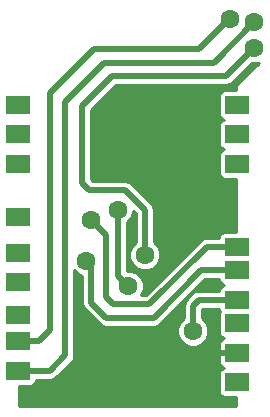
<source format=gbl>
G04 (created by PCBNEW (2013-jul-07)-stable) date Mon 10 Oct 2016 08:48:14 PM CEST*
%MOIN*%
G04 Gerber Fmt 3.4, Leading zero omitted, Abs format*
%FSLAX34Y34*%
G01*
G70*
G90*
G04 APERTURE LIST*
%ADD10C,0.00590551*%
%ADD11R,0.0787402X0.0590551*%
%ADD12C,0.0629921*%
%ADD13C,0.02*%
%ADD14C,0.01*%
G04 APERTURE END LIST*
G54D10*
G54D11*
X34878Y-29917D03*
X34878Y-28932D03*
X34878Y-28046D03*
X34878Y-26964D03*
X34878Y-25980D03*
X34878Y-24798D03*
X34878Y-22042D03*
X34878Y-21058D03*
X34878Y-23027D03*
X42161Y-21058D03*
X42161Y-22042D03*
X42161Y-23027D03*
X42161Y-25783D03*
X42161Y-26570D03*
X42161Y-27554D03*
X42161Y-28342D03*
X42161Y-29326D03*
X42161Y-30310D03*
G54D12*
X39643Y-22093D03*
X37150Y-28350D03*
X37250Y-29900D03*
X38200Y-24550D03*
X38550Y-27100D03*
X39100Y-26050D03*
X42750Y-19150D03*
X42750Y-18300D03*
X40700Y-28600D03*
X41950Y-18200D03*
X37150Y-26250D03*
X37300Y-24900D03*
G54D13*
X39650Y-22150D02*
X39600Y-22200D01*
X39650Y-22100D02*
X39650Y-22150D01*
X39643Y-22093D02*
X39650Y-22100D01*
X42319Y-29326D02*
X37823Y-29326D01*
X37823Y-29326D02*
X37250Y-29900D01*
X37250Y-29600D02*
X37250Y-29900D01*
X37250Y-28450D02*
X37250Y-29600D01*
X37150Y-28350D02*
X37250Y-28450D01*
X38200Y-26750D02*
X38200Y-24550D01*
X38550Y-27100D02*
X38200Y-26750D01*
X39100Y-24550D02*
X39100Y-26050D01*
X38450Y-23900D02*
X39100Y-24550D01*
X37250Y-23900D02*
X38450Y-23900D01*
X37000Y-23650D02*
X37250Y-23900D01*
X37000Y-21100D02*
X37000Y-23650D01*
X38000Y-20100D02*
X37000Y-21100D01*
X41800Y-20100D02*
X38000Y-20100D01*
X42750Y-19150D02*
X41800Y-20100D01*
X35932Y-29917D02*
X34720Y-29917D01*
X36450Y-29400D02*
X35932Y-29917D01*
X36450Y-20950D02*
X36450Y-29400D01*
X37750Y-19650D02*
X36450Y-20950D01*
X41400Y-19650D02*
X37750Y-19650D01*
X42750Y-18300D02*
X41400Y-19650D01*
X40895Y-27554D02*
X42319Y-27554D01*
X40700Y-27750D02*
X40895Y-27554D01*
X40700Y-28600D02*
X40700Y-27750D01*
X41950Y-18200D02*
X41925Y-18175D01*
X41925Y-18175D02*
X41950Y-18200D01*
X41950Y-18200D02*
X41950Y-18150D01*
X35567Y-28932D02*
X34720Y-28932D01*
X35950Y-28550D02*
X35567Y-28932D01*
X35950Y-20650D02*
X35950Y-28550D01*
X37400Y-19200D02*
X35950Y-20650D01*
X40900Y-19200D02*
X37400Y-19200D01*
X42000Y-18100D02*
X41950Y-18150D01*
X41950Y-18150D02*
X40900Y-19200D01*
X42319Y-26570D02*
X40979Y-26570D01*
X37300Y-26400D02*
X37150Y-26250D01*
X37300Y-27650D02*
X37300Y-26400D01*
X37800Y-28150D02*
X37300Y-27650D01*
X39400Y-28150D02*
X37800Y-28150D01*
X40979Y-26570D02*
X39400Y-28150D01*
X37300Y-24900D02*
X37800Y-25400D01*
X37800Y-25400D02*
X37800Y-27450D01*
X37800Y-27450D02*
X38050Y-27700D01*
X38050Y-27700D02*
X39250Y-27700D01*
X39250Y-27700D02*
X41166Y-25783D01*
X41166Y-25783D02*
X42319Y-25783D01*
G54D10*
G36*
X42130Y-31080D02*
X34919Y-31080D01*
X34919Y-30412D01*
X35311Y-30412D01*
X35385Y-30381D01*
X35441Y-30325D01*
X35471Y-30252D01*
X35471Y-30217D01*
X35932Y-30217D01*
X35932Y-30217D01*
X36047Y-30194D01*
X36047Y-30194D01*
X36145Y-30129D01*
X36662Y-29612D01*
X36662Y-29612D01*
X36727Y-29514D01*
X36749Y-29400D01*
X36750Y-29400D01*
X36750Y-26578D01*
X36857Y-26686D01*
X37000Y-26745D01*
X37000Y-27650D01*
X37022Y-27764D01*
X37087Y-27862D01*
X37587Y-28362D01*
X37587Y-28362D01*
X37685Y-28427D01*
X37800Y-28450D01*
X39400Y-28450D01*
X39400Y-28449D01*
X39514Y-28427D01*
X39514Y-28427D01*
X39612Y-28362D01*
X41103Y-26870D01*
X41567Y-26870D01*
X41567Y-26905D01*
X41598Y-26978D01*
X41654Y-27035D01*
X41720Y-27062D01*
X41654Y-27089D01*
X41598Y-27146D01*
X41568Y-27219D01*
X41568Y-27254D01*
X40895Y-27254D01*
X40780Y-27277D01*
X40683Y-27342D01*
X40487Y-27537D01*
X40422Y-27635D01*
X40400Y-27750D01*
X40400Y-28171D01*
X40263Y-28307D01*
X40185Y-28497D01*
X40184Y-28701D01*
X40263Y-28891D01*
X40407Y-29036D01*
X40597Y-29114D01*
X40801Y-29115D01*
X40991Y-29036D01*
X41136Y-28892D01*
X41214Y-28702D01*
X41215Y-28498D01*
X41136Y-28308D01*
X41000Y-28171D01*
X41000Y-27874D01*
X41019Y-27854D01*
X41567Y-27854D01*
X41567Y-27889D01*
X41592Y-27948D01*
X41568Y-28006D01*
X41567Y-28086D01*
X41567Y-28677D01*
X41598Y-28750D01*
X41654Y-28806D01*
X41720Y-28834D01*
X41654Y-28861D01*
X41598Y-28917D01*
X41568Y-28991D01*
X41567Y-29070D01*
X41568Y-29226D01*
X41618Y-29276D01*
X42111Y-29276D01*
X42111Y-29268D01*
X42130Y-29268D01*
X42130Y-29384D01*
X42111Y-29384D01*
X42111Y-29376D01*
X41618Y-29376D01*
X41568Y-29426D01*
X41567Y-29582D01*
X41568Y-29661D01*
X41598Y-29735D01*
X41654Y-29791D01*
X41720Y-29818D01*
X41654Y-29845D01*
X41598Y-29901D01*
X41568Y-29975D01*
X41567Y-30055D01*
X41567Y-30645D01*
X41598Y-30719D01*
X41654Y-30775D01*
X41728Y-30805D01*
X41807Y-30806D01*
X42130Y-30806D01*
X42130Y-31000D01*
X42130Y-31080D01*
X42130Y-31080D01*
G37*
G54D14*
X42130Y-31080D02*
X34919Y-31080D01*
X34919Y-30412D01*
X35311Y-30412D01*
X35385Y-30381D01*
X35441Y-30325D01*
X35471Y-30252D01*
X35471Y-30217D01*
X35932Y-30217D01*
X35932Y-30217D01*
X36047Y-30194D01*
X36047Y-30194D01*
X36145Y-30129D01*
X36662Y-29612D01*
X36662Y-29612D01*
X36727Y-29514D01*
X36749Y-29400D01*
X36750Y-29400D01*
X36750Y-26578D01*
X36857Y-26686D01*
X37000Y-26745D01*
X37000Y-27650D01*
X37022Y-27764D01*
X37087Y-27862D01*
X37587Y-28362D01*
X37587Y-28362D01*
X37685Y-28427D01*
X37800Y-28450D01*
X39400Y-28450D01*
X39400Y-28449D01*
X39514Y-28427D01*
X39514Y-28427D01*
X39612Y-28362D01*
X41103Y-26870D01*
X41567Y-26870D01*
X41567Y-26905D01*
X41598Y-26978D01*
X41654Y-27035D01*
X41720Y-27062D01*
X41654Y-27089D01*
X41598Y-27146D01*
X41568Y-27219D01*
X41568Y-27254D01*
X40895Y-27254D01*
X40780Y-27277D01*
X40683Y-27342D01*
X40487Y-27537D01*
X40422Y-27635D01*
X40400Y-27750D01*
X40400Y-28171D01*
X40263Y-28307D01*
X40185Y-28497D01*
X40184Y-28701D01*
X40263Y-28891D01*
X40407Y-29036D01*
X40597Y-29114D01*
X40801Y-29115D01*
X40991Y-29036D01*
X41136Y-28892D01*
X41214Y-28702D01*
X41215Y-28498D01*
X41136Y-28308D01*
X41000Y-28171D01*
X41000Y-27874D01*
X41019Y-27854D01*
X41567Y-27854D01*
X41567Y-27889D01*
X41592Y-27948D01*
X41568Y-28006D01*
X41567Y-28086D01*
X41567Y-28677D01*
X41598Y-28750D01*
X41654Y-28806D01*
X41720Y-28834D01*
X41654Y-28861D01*
X41598Y-28917D01*
X41568Y-28991D01*
X41567Y-29070D01*
X41568Y-29226D01*
X41618Y-29276D01*
X42111Y-29276D01*
X42111Y-29268D01*
X42130Y-29268D01*
X42130Y-29384D01*
X42111Y-29384D01*
X42111Y-29376D01*
X41618Y-29376D01*
X41568Y-29426D01*
X41567Y-29582D01*
X41568Y-29661D01*
X41598Y-29735D01*
X41654Y-29791D01*
X41720Y-29818D01*
X41654Y-29845D01*
X41598Y-29901D01*
X41568Y-29975D01*
X41567Y-30055D01*
X41567Y-30645D01*
X41598Y-30719D01*
X41654Y-30775D01*
X41728Y-30805D01*
X41807Y-30806D01*
X42130Y-30806D01*
X42130Y-31000D01*
X42130Y-31080D01*
G54D10*
G36*
X42889Y-19649D02*
X42194Y-20344D01*
X42147Y-20415D01*
X42130Y-20500D01*
X42130Y-20500D01*
X42130Y-20563D01*
X41728Y-20563D01*
X41654Y-20593D01*
X41598Y-20650D01*
X41568Y-20723D01*
X41567Y-20803D01*
X41567Y-21393D01*
X41598Y-21467D01*
X41654Y-21523D01*
X41720Y-21550D01*
X41654Y-21578D01*
X41598Y-21634D01*
X41568Y-21707D01*
X41567Y-21787D01*
X41567Y-22377D01*
X41598Y-22451D01*
X41654Y-22507D01*
X41720Y-22535D01*
X41654Y-22562D01*
X41598Y-22618D01*
X41568Y-22692D01*
X41567Y-22771D01*
X41567Y-23362D01*
X41598Y-23435D01*
X41654Y-23491D01*
X41728Y-23522D01*
X41807Y-23522D01*
X42130Y-23522D01*
X42130Y-25287D01*
X41728Y-25287D01*
X41654Y-25318D01*
X41598Y-25374D01*
X41568Y-25447D01*
X41568Y-25483D01*
X41166Y-25483D01*
X41052Y-25505D01*
X40954Y-25571D01*
X39125Y-27400D01*
X38978Y-27400D01*
X38986Y-27392D01*
X39064Y-27202D01*
X39065Y-26998D01*
X38986Y-26808D01*
X38842Y-26663D01*
X38652Y-26585D01*
X38500Y-26584D01*
X38500Y-24978D01*
X38636Y-24842D01*
X38714Y-24652D01*
X38714Y-24589D01*
X38800Y-24674D01*
X38800Y-25621D01*
X38663Y-25757D01*
X38585Y-25947D01*
X38584Y-26151D01*
X38663Y-26341D01*
X38807Y-26486D01*
X38997Y-26564D01*
X39201Y-26565D01*
X39391Y-26486D01*
X39536Y-26342D01*
X39614Y-26152D01*
X39615Y-25948D01*
X39536Y-25758D01*
X39400Y-25621D01*
X39400Y-24550D01*
X39377Y-24435D01*
X39312Y-24337D01*
X39312Y-24337D01*
X38662Y-23687D01*
X38564Y-23622D01*
X38450Y-23600D01*
X37374Y-23600D01*
X37300Y-23525D01*
X37300Y-21224D01*
X38124Y-20400D01*
X41800Y-20400D01*
X41800Y-20399D01*
X41914Y-20377D01*
X41914Y-20377D01*
X42012Y-20312D01*
X42659Y-19664D01*
X42851Y-19665D01*
X42889Y-19649D01*
X42889Y-19649D01*
G37*
G54D14*
X42889Y-19649D02*
X42194Y-20344D01*
X42147Y-20415D01*
X42130Y-20500D01*
X42130Y-20500D01*
X42130Y-20563D01*
X41728Y-20563D01*
X41654Y-20593D01*
X41598Y-20650D01*
X41568Y-20723D01*
X41567Y-20803D01*
X41567Y-21393D01*
X41598Y-21467D01*
X41654Y-21523D01*
X41720Y-21550D01*
X41654Y-21578D01*
X41598Y-21634D01*
X41568Y-21707D01*
X41567Y-21787D01*
X41567Y-22377D01*
X41598Y-22451D01*
X41654Y-22507D01*
X41720Y-22535D01*
X41654Y-22562D01*
X41598Y-22618D01*
X41568Y-22692D01*
X41567Y-22771D01*
X41567Y-23362D01*
X41598Y-23435D01*
X41654Y-23491D01*
X41728Y-23522D01*
X41807Y-23522D01*
X42130Y-23522D01*
X42130Y-25287D01*
X41728Y-25287D01*
X41654Y-25318D01*
X41598Y-25374D01*
X41568Y-25447D01*
X41568Y-25483D01*
X41166Y-25483D01*
X41052Y-25505D01*
X40954Y-25571D01*
X39125Y-27400D01*
X38978Y-27400D01*
X38986Y-27392D01*
X39064Y-27202D01*
X39065Y-26998D01*
X38986Y-26808D01*
X38842Y-26663D01*
X38652Y-26585D01*
X38500Y-26584D01*
X38500Y-24978D01*
X38636Y-24842D01*
X38714Y-24652D01*
X38714Y-24589D01*
X38800Y-24674D01*
X38800Y-25621D01*
X38663Y-25757D01*
X38585Y-25947D01*
X38584Y-26151D01*
X38663Y-26341D01*
X38807Y-26486D01*
X38997Y-26564D01*
X39201Y-26565D01*
X39391Y-26486D01*
X39536Y-26342D01*
X39614Y-26152D01*
X39615Y-25948D01*
X39536Y-25758D01*
X39400Y-25621D01*
X39400Y-24550D01*
X39377Y-24435D01*
X39312Y-24337D01*
X39312Y-24337D01*
X38662Y-23687D01*
X38564Y-23622D01*
X38450Y-23600D01*
X37374Y-23600D01*
X37300Y-23525D01*
X37300Y-21224D01*
X38124Y-20400D01*
X41800Y-20400D01*
X41800Y-20399D01*
X41914Y-20377D01*
X41914Y-20377D01*
X42012Y-20312D01*
X42659Y-19664D01*
X42851Y-19665D01*
X42889Y-19649D01*
M02*

</source>
